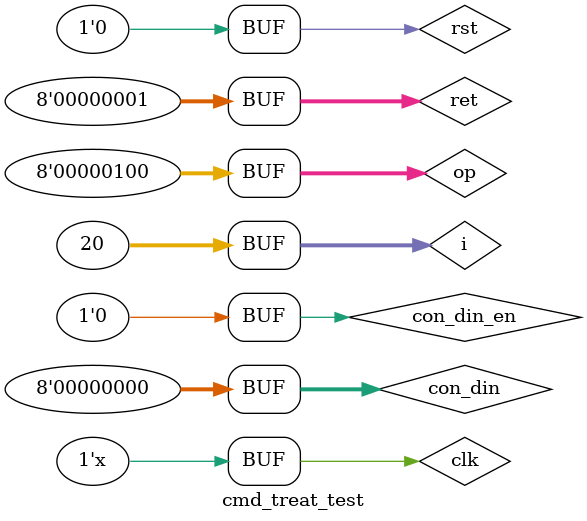
<source format=v>
`timescale 1ns / 1ps


module cmd_treat_test;

	// Inputs
	reg clk;
	reg rst;
	reg [7:0] con_din;
	reg con_din_en;

	// Outputs
	wire [7:0] si_get_con;
	wire si_get_con_en;
	wire	[7:0]nit_con;
  wire	nit_con_en;
	wire [7:0] freq_con;
	wire freq_con_en;
	wire [7:0] channel_con;
	wire channel_con_en;
	wire [7:0] ip_port_con;
	wire ip_port_con_en;
	wire [7:0] reply_con;
	wire reply_con_en;

	// Instantiate the Unit Under Test (UUT)
	command_treat uut (
		.clk(clk), 
		.rst(rst), 
		.con_din(con_din), 
		.con_din_en(con_din_en), 
		.si_get_con(si_get_con), 
		.si_get_con_en(si_get_con_en), 
		.nit_con(nit_con), 
    .nit_con_en(nit_con_en), 
		.freq_con(freq_con), 
		.freq_con_en(freq_con_en), 
		.channel_con(channel_con), 
		.channel_con_en(channel_con_en), 
		.ip_port_con(ip_port_con), 
		.ip_port_con_en(ip_port_con_en),
		.reply_con(reply_con), 
    .reply_con_en(reply_con_en)
	);
reg	[7:0]op;
reg [7:0]ret;
	integer i=0;
	initial begin
		// Initialize Inputs
		clk = 0;
		rst = 0;
		con_din = 0;
		con_din_en = 0;

		#2 rst=1;
		// Wait 100 ns for global reset to finish
		#100;
		rst =0;
		#100;
		
		op=1;
		send_cmd();
		
		#100;
		op=3;
		ret=1;
		send_cmd();
		
			#100;
		op=4;
		send_cmd();
		
        
		// Add stimulus here

	end
	
	
	task  send_cmd;
	begin
		#10 con_din=8'h40;
				con_din_en=1;
		#10 con_din=op;
		#10 con_din=8'h00;
		#10 con_din=ret;
		#10 con_din=8'h00;
		#10 con_din=8'h01;
		#10 con_din=8'h00;
		#10 con_din=8'h01;
		for(i=1;i<20;i=i+1)
		#10 con_din=i;
		#10 con_din=0;
			con_din_en=0;
	
		
	end
	endtask
	
	always #5 clk=~clk;
      
endmodule


</source>
